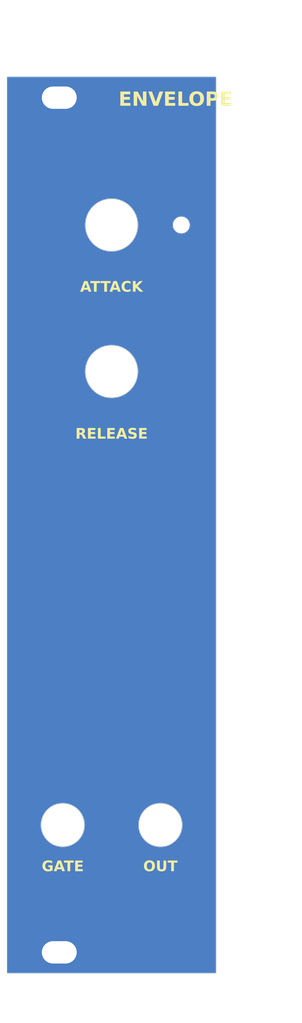
<source format=kicad_pcb>
(kicad_pcb (version 20240108) (generator "pcbnew") (generator_version "8.0")
  (layers (0 "F.Cu" signal) (31 "B.Cu" signal) (34 "B.Paste" user) (35 "F.Paste" user) (36 "B.SilkS" user "B.Silkscreen") (37 "F.SilkS" user "F.Silkscreen") (38 "B.Mask" user) (39 "F.Mask" user) (44 "Edge.Cuts" user))
  (net 0 "")
  (net 1 "GND")
  (footprint "BYOM_General:plated_rack_hole" (layer "F.Cu") (at 123.5 152.25)
    (property "Reference" "H2" (hide yes))
    (property "Value" "MountingHole_Pad")
    (pad "1" thru_hole oval (at 0 0) (size 6 4.2) (drill oval 5 3.2) (layers "*.Cu" "*.Mask") (net 1 "GND"))
  )
  (footprint "BYOM_General:plated_rack_hole" (layer "F.Cu") (at 123.5 29.75)
    (property "Reference" "H1" (hide yes))
    (property "Value" "MountingHole_Pad")
    (pad "1" thru_hole oval (at 0 0) (size 6 4.2) (drill oval 5 3.2) (layers "*.Cu" "*.Mask") (net 1 "GND"))
  )
  (gr_circle (center 138 134) (end 141.1 134) (stroke (width 0.1)) (fill none) (layer "Edge.Cuts"))
  (gr_line (start 116 26.75) (end 146 26.75) (stroke (width 0.05)) (layer "Edge.Cuts"))
  (gr_line (start 146 155.25) (end 116 155.25) (stroke (width 0.05)) (layer "Edge.Cuts"))
  (gr_line (start 116 155.25) (end 116 26.75) (stroke (width 0.05)) (layer "Edge.Cuts"))
  (gr_line (start 146 26.75) (end 146 155.25) (stroke (width 0.05)) (layer "Edge.Cuts"))
  (gr_circle (center 131 69) (end 134.75 69) (stroke (width 0.1)) (fill none) (layer "Edge.Cuts"))
  (gr_circle (center 131 48) (end 134.75 48) (stroke (width 0.1)) (fill none) (layer "Edge.Cuts"))
  (gr_circle (center 141 48) (end 142.2 48) (stroke (width 0.05)) (fill none) (layer "Edge.Cuts"))
  (gr_circle (center 124 134) (end 127.1 134) (stroke (width 0.1)) (fill none) (layer "Edge.Cuts"))
  (gr_text "OUT" (at 138 140 0) (layer "F.SilkS") (effects (font (size 1.5 1.5) (thickness 0.3) (bold yes))))
  (gr_text "GATE" (at 124 140 0) (layer "F.SilkS") (effects (font (size 1.5 1.5) (thickness 0.3) (bold yes))))
  (gr_text "ATTACK" (at 130.99 56.94 0) (layer "F.SilkS") (effects (font (size 1.5 1.5) (thickness 0.3) (bold yes))))
  (gr_text "RELEASE" (at 131 78 0) (layer "F.SilkS") (effects (font (size 1.5 1.5) (thickness 0.3) (bold yes))))
  (gr_text "ENVELOPE" (at 132 31.25 0) (layer "F.SilkS") (effects (font (size 2 2) (thickness 0.4) (bold yes)) (justify left bottom)))
  (zone (net 1) (net_name "GND") (layers "F&B.Cu") (connect_pads yes (clearance 0.508)) (min_thickness 0.25) (fill yes (thermal_gap 0.5) (thermal_bridge_width 0.5) (island_removal_mode 1) (island_area_min 10))
    (polygon (pts (xy 115 26) (xy 115.5 155.5) (xy 146.5 155.5) (xy 146.5 26)))
  )
)
</source>
